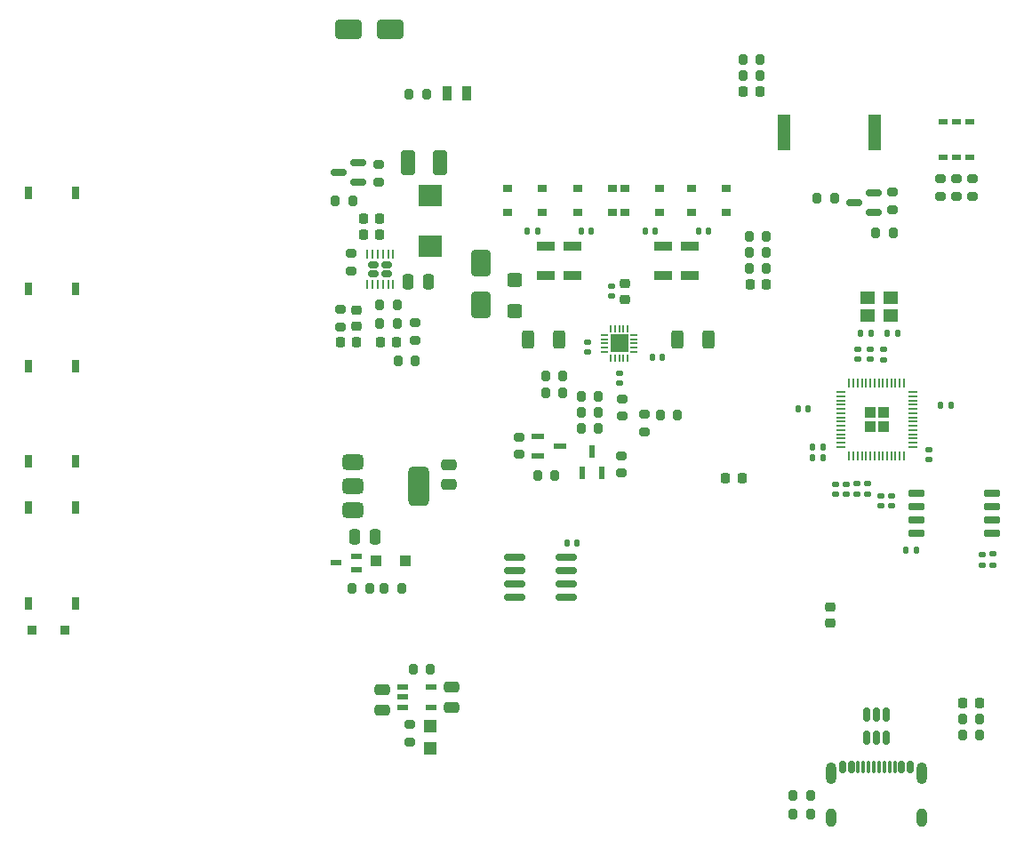
<source format=gbr>
%TF.GenerationSoftware,KiCad,Pcbnew,8.0.2*%
%TF.CreationDate,2024-05-27T22:06:41+01:00*%
%TF.ProjectId,StepUp,53746570-5570-42e6-9b69-6361645f7063,v1.0*%
%TF.SameCoordinates,Original*%
%TF.FileFunction,Paste,Top*%
%TF.FilePolarity,Positive*%
%FSLAX46Y46*%
G04 Gerber Fmt 4.6, Leading zero omitted, Abs format (unit mm)*
G04 Created by KiCad (PCBNEW 8.0.2) date 2024-05-27 22:06:41*
%MOMM*%
%LPD*%
G01*
G04 APERTURE LIST*
G04 Aperture macros list*
%AMRoundRect*
0 Rectangle with rounded corners*
0 $1 Rounding radius*
0 $2 $3 $4 $5 $6 $7 $8 $9 X,Y pos of 4 corners*
0 Add a 4 corners polygon primitive as box body*
4,1,4,$2,$3,$4,$5,$6,$7,$8,$9,$2,$3,0*
0 Add four circle primitives for the rounded corners*
1,1,$1+$1,$2,$3*
1,1,$1+$1,$4,$5*
1,1,$1+$1,$6,$7*
1,1,$1+$1,$8,$9*
0 Add four rect primitives between the rounded corners*
20,1,$1+$1,$2,$3,$4,$5,0*
20,1,$1+$1,$4,$5,$6,$7,0*
20,1,$1+$1,$6,$7,$8,$9,0*
20,1,$1+$1,$8,$9,$2,$3,0*%
G04 Aperture macros list end*
%ADD10R,0.863600X0.787400*%
%ADD11RoundRect,0.250000X0.312500X0.625000X-0.312500X0.625000X-0.312500X-0.625000X0.312500X-0.625000X0*%
%ADD12RoundRect,0.150000X0.587500X0.150000X-0.587500X0.150000X-0.587500X-0.150000X0.587500X-0.150000X0*%
%ADD13RoundRect,0.140000X0.140000X0.170000X-0.140000X0.170000X-0.140000X-0.170000X0.140000X-0.170000X0*%
%ADD14RoundRect,0.140000X0.170000X-0.140000X0.170000X0.140000X-0.170000X0.140000X-0.170000X-0.140000X0*%
%ADD15RoundRect,0.135000X0.185000X-0.135000X0.185000X0.135000X-0.185000X0.135000X-0.185000X-0.135000X0*%
%ADD16RoundRect,0.140000X-0.170000X0.140000X-0.170000X-0.140000X0.170000X-0.140000X0.170000X0.140000X0*%
%ADD17O,1.000000X1.800000*%
%ADD18O,1.000000X2.100000*%
%ADD19RoundRect,0.150000X-0.150000X-0.425000X0.150000X-0.425000X0.150000X0.425000X-0.150000X0.425000X0*%
%ADD20RoundRect,0.075000X-0.075000X-0.500000X0.075000X-0.500000X0.075000X0.500000X-0.075000X0.500000X0*%
%ADD21RoundRect,0.140000X-0.140000X-0.170000X0.140000X-0.170000X0.140000X0.170000X-0.140000X0.170000X0*%
%ADD22RoundRect,0.200000X-0.200000X-0.275000X0.200000X-0.275000X0.200000X0.275000X-0.200000X0.275000X0*%
%ADD23RoundRect,0.225000X0.225000X0.250000X-0.225000X0.250000X-0.225000X-0.250000X0.225000X-0.250000X0*%
%ADD24RoundRect,0.200000X-0.275000X0.200000X-0.275000X-0.200000X0.275000X-0.200000X0.275000X0.200000X0*%
%ADD25RoundRect,0.200000X0.200000X0.275000X-0.200000X0.275000X-0.200000X-0.275000X0.200000X-0.275000X0*%
%ADD26RoundRect,0.225000X-0.225000X-0.250000X0.225000X-0.250000X0.225000X0.250000X-0.225000X0.250000X0*%
%ADD27RoundRect,0.200000X0.275000X-0.200000X0.275000X0.200000X-0.275000X0.200000X-0.275000X-0.200000X0*%
%ADD28R,1.000000X0.550000*%
%ADD29RoundRect,0.250000X0.292217X0.292217X-0.292217X0.292217X-0.292217X-0.292217X0.292217X-0.292217X0*%
%ADD30RoundRect,0.050000X0.387500X0.050000X-0.387500X0.050000X-0.387500X-0.050000X0.387500X-0.050000X0*%
%ADD31RoundRect,0.050000X0.050000X0.387500X-0.050000X0.387500X-0.050000X-0.387500X0.050000X-0.387500X0*%
%ADD32R,0.711200X1.219200*%
%ADD33R,1.753400X0.912000*%
%ADD34RoundRect,0.160000X0.345000X-0.160000X0.345000X0.160000X-0.345000X0.160000X-0.345000X-0.160000X0*%
%ADD35RoundRect,0.062500X0.062500X-0.362500X0.062500X0.362500X-0.062500X0.362500X-0.062500X-0.362500X0*%
%ADD36R,0.900000X0.950000*%
%ADD37RoundRect,0.150000X0.650000X0.150000X-0.650000X0.150000X-0.650000X-0.150000X0.650000X-0.150000X0*%
%ADD38R,1.200000X1.200000*%
%ADD39R,1.300000X3.400000*%
%ADD40RoundRect,0.250000X0.650000X-1.000000X0.650000X1.000000X-0.650000X1.000000X-0.650000X-1.000000X0*%
%ADD41RoundRect,0.150000X-0.825000X-0.150000X0.825000X-0.150000X0.825000X0.150000X-0.825000X0.150000X0*%
%ADD42RoundRect,0.250000X-0.250000X-0.475000X0.250000X-0.475000X0.250000X0.475000X-0.250000X0.475000X0*%
%ADD43RoundRect,0.225000X-0.250000X0.225000X-0.250000X-0.225000X0.250000X-0.225000X0.250000X0.225000X0*%
%ADD44R,0.889000X0.533400*%
%ADD45RoundRect,0.250000X0.250000X0.475000X-0.250000X0.475000X-0.250000X-0.475000X0.250000X-0.475000X0*%
%ADD46R,1.400000X1.200000*%
%ADD47RoundRect,0.250000X-0.312500X-0.625000X0.312500X-0.625000X0.312500X0.625000X-0.312500X0.625000X0*%
%ADD48RoundRect,0.375000X-0.625000X-0.375000X0.625000X-0.375000X0.625000X0.375000X-0.625000X0.375000X0*%
%ADD49RoundRect,0.500000X-0.500000X-1.400000X0.500000X-1.400000X0.500000X1.400000X-0.500000X1.400000X0*%
%ADD50RoundRect,0.135000X-0.185000X0.135000X-0.185000X-0.135000X0.185000X-0.135000X0.185000X0.135000X0*%
%ADD51R,0.762000X0.254000*%
%ADD52R,0.254000X0.762000*%
%ADD53R,1.701800X1.701800*%
%ADD54RoundRect,0.250000X0.475000X-0.250000X0.475000X0.250000X-0.475000X0.250000X-0.475000X-0.250000X0*%
%ADD55RoundRect,0.250000X-0.412500X-0.925000X0.412500X-0.925000X0.412500X0.925000X-0.412500X0.925000X0*%
%ADD56R,0.600000X1.300000*%
%ADD57R,2.200000X2.150000*%
%ADD58RoundRect,0.250000X-0.475000X0.250000X-0.475000X-0.250000X0.475000X-0.250000X0.475000X0.250000X0*%
%ADD59R,1.050000X0.600000*%
%ADD60R,0.950000X1.400000*%
%ADD61R,1.300000X0.600000*%
%ADD62RoundRect,0.225000X0.250000X-0.225000X0.250000X0.225000X-0.250000X0.225000X-0.250000X-0.225000X0*%
%ADD63RoundRect,0.250000X0.450000X-0.400000X0.450000X0.400000X-0.450000X0.400000X-0.450000X-0.400000X0*%
%ADD64RoundRect,0.250000X-1.000000X-0.650000X1.000000X-0.650000X1.000000X0.650000X-1.000000X0.650000X0*%
%ADD65RoundRect,0.150000X0.150000X-0.512500X0.150000X0.512500X-0.150000X0.512500X-0.150000X-0.512500X0*%
%ADD66RoundRect,0.250000X-0.300000X-0.300000X0.300000X-0.300000X0.300000X0.300000X-0.300000X0.300000X0*%
G04 APERTURE END LIST*
D10*
%TO.C,D3*%
X142760799Y-84429600D03*
X139458799Y-84429600D03*
%TD*%
D11*
%TO.C,R20*%
X151855900Y-96501001D03*
X148930900Y-96501001D03*
%TD*%
D12*
%TO.C,Q4*%
X118539500Y-81563000D03*
X118539500Y-79663000D03*
X116664500Y-80613000D03*
%TD*%
D13*
%TO.C,C10*%
X161380000Y-103100000D03*
X160420000Y-103100000D03*
%TD*%
D14*
%TO.C,C5*%
X166116000Y-98408000D03*
X166116000Y-97448000D03*
%TD*%
D15*
%TO.C,R6*%
X167012500Y-111290000D03*
X167012500Y-110270000D03*
%TD*%
D16*
%TO.C,C8*%
X164000000Y-110300000D03*
X164000000Y-111260000D03*
%TD*%
D17*
%TO.C,J1*%
X172214000Y-142045000D03*
D18*
X172214000Y-137865000D03*
D17*
X163574000Y-142045000D03*
D18*
X163574000Y-137865000D03*
D19*
X164694000Y-137290000D03*
X165494000Y-137290000D03*
D20*
X166144000Y-137290000D03*
X167144000Y-137290000D03*
X168644000Y-137290000D03*
X169644000Y-137290000D03*
D19*
X170294000Y-137290000D03*
X171094000Y-137290000D03*
X171094000Y-137290000D03*
X170294000Y-137290000D03*
D20*
X169144000Y-137290000D03*
X168144000Y-137290000D03*
X167644000Y-137290000D03*
X166644000Y-137290000D03*
D19*
X165494000Y-137290000D03*
X164694000Y-137290000D03*
%TD*%
D21*
%TO.C,C20*%
X146520000Y-98200000D03*
X147480000Y-98200000D03*
%TD*%
D22*
%TO.C,R34*%
X155172000Y-71380000D03*
X156822000Y-71380000D03*
%TD*%
D16*
%TO.C,C19*%
X143400000Y-99720000D03*
X143400000Y-100680000D03*
%TD*%
D23*
%TO.C,C40*%
X155075000Y-109750000D03*
X153525000Y-109750000D03*
%TD*%
D24*
%TO.C,R10*%
X143600000Y-107575000D03*
X143600000Y-109225000D03*
%TD*%
D15*
%TO.C,R2*%
X178950500Y-117989500D03*
X178950500Y-116969500D03*
%TD*%
D25*
%TO.C,R29*%
X123975000Y-98550000D03*
X122325000Y-98550000D03*
%TD*%
D15*
%TO.C,R5*%
X168535000Y-98438000D03*
X168535000Y-97418000D03*
%TD*%
%TO.C,R7*%
X166000000Y-111290000D03*
X166000000Y-110270000D03*
%TD*%
D10*
%TO.C,D8*%
X147218400Y-82143600D03*
X143916400Y-82143600D03*
%TD*%
%TO.C,D10*%
X150266400Y-82143600D03*
X153568400Y-82143600D03*
%TD*%
D26*
%TO.C,C37*%
X155828000Y-91268000D03*
X157378000Y-91268000D03*
%TD*%
D27*
%TO.C,R43*%
X173990000Y-82867000D03*
X173990000Y-81217000D03*
%TD*%
D14*
%TO.C,C16*%
X140400000Y-97730000D03*
X140400000Y-96770000D03*
%TD*%
D10*
%TO.C,D7*%
X143916400Y-84429600D03*
X147218400Y-84429600D03*
%TD*%
D27*
%TO.C,R41*%
X177038000Y-82867000D03*
X177038000Y-81217000D03*
%TD*%
%TO.C,R8*%
X133883400Y-107486001D03*
X133883400Y-105836001D03*
%TD*%
D25*
%TO.C,R32*%
X122237000Y-93218000D03*
X120587000Y-93218000D03*
%TD*%
D22*
%TO.C,R4*%
X159957000Y-141732000D03*
X161607000Y-141732000D03*
%TD*%
D23*
%TO.C,C29*%
X120575000Y-86524000D03*
X119025000Y-86524000D03*
%TD*%
D28*
%TO.C,Q3*%
X118332000Y-118448000D03*
X118332000Y-117148000D03*
X116432000Y-117798000D03*
%TD*%
D29*
%TO.C,U3*%
X168536500Y-104782500D03*
X168536500Y-103507500D03*
X167261500Y-104782500D03*
X167261500Y-103507500D03*
D30*
X171336500Y-106745000D03*
X171336500Y-106345000D03*
X171336500Y-105945000D03*
X171336500Y-105545000D03*
X171336500Y-105145000D03*
X171336500Y-104745000D03*
X171336500Y-104345000D03*
X171336500Y-103945000D03*
X171336500Y-103545000D03*
X171336500Y-103145000D03*
X171336500Y-102745000D03*
X171336500Y-102345000D03*
X171336500Y-101945000D03*
X171336500Y-101545000D03*
D31*
X170499000Y-100707500D03*
X170099000Y-100707500D03*
X169699000Y-100707500D03*
X169299000Y-100707500D03*
X168899000Y-100707500D03*
X168499000Y-100707500D03*
X168099000Y-100707500D03*
X167699000Y-100707500D03*
X167299000Y-100707500D03*
X166899000Y-100707500D03*
X166499000Y-100707500D03*
X166099000Y-100707500D03*
X165699000Y-100707500D03*
X165299000Y-100707500D03*
D30*
X164461500Y-101545000D03*
X164461500Y-101945000D03*
X164461500Y-102345000D03*
X164461500Y-102745000D03*
X164461500Y-103145000D03*
X164461500Y-103545000D03*
X164461500Y-103945000D03*
X164461500Y-104345000D03*
X164461500Y-104745000D03*
X164461500Y-105145000D03*
X164461500Y-105545000D03*
X164461500Y-105945000D03*
X164461500Y-106345000D03*
X164461500Y-106745000D03*
D31*
X165299000Y-107582500D03*
X165699000Y-107582500D03*
X166099000Y-107582500D03*
X166499000Y-107582500D03*
X166899000Y-107582500D03*
X167299000Y-107582500D03*
X167699000Y-107582500D03*
X168099000Y-107582500D03*
X168499000Y-107582500D03*
X168899000Y-107582500D03*
X169299000Y-107582500D03*
X169699000Y-107582500D03*
X170099000Y-107582500D03*
X170499000Y-107582500D03*
%TD*%
D22*
%TO.C,R3*%
X159957000Y-139954000D03*
X161607000Y-139954000D03*
%TD*%
D16*
%TO.C,C7*%
X168282500Y-111409500D03*
X168282500Y-112369500D03*
%TD*%
D22*
%TO.C,R23*%
X123773000Y-127920000D03*
X125423000Y-127920000D03*
%TD*%
D16*
%TO.C,C6*%
X165000000Y-110300000D03*
X165000000Y-111260000D03*
%TD*%
D32*
%TO.C,SW3*%
X87084100Y-91668600D03*
X91579900Y-91668600D03*
X91579900Y-82575400D03*
X87084100Y-82575400D03*
%TD*%
D25*
%TO.C,R39*%
X177717000Y-132652000D03*
X176067000Y-132652000D03*
%TD*%
D22*
%TO.C,R31*%
X120587000Y-94996000D03*
X122237000Y-94996000D03*
%TD*%
D24*
%TO.C,R27*%
X116840000Y-93663000D03*
X116840000Y-95313000D03*
%TD*%
D33*
%TO.C,L1*%
X138963400Y-87612201D03*
X138963400Y-90403801D03*
%TD*%
D13*
%TO.C,C13*%
X162780000Y-106800000D03*
X161820000Y-106800000D03*
%TD*%
D22*
%TO.C,R38*%
X176070000Y-134176000D03*
X177720000Y-134176000D03*
%TD*%
D10*
%TO.C,D4*%
X139458799Y-82143600D03*
X142760799Y-82143600D03*
%TD*%
D34*
%TO.C,U8*%
X119994000Y-90220000D03*
X121244000Y-90220000D03*
X119994000Y-89420000D03*
X121244000Y-89420000D03*
D35*
X119369000Y-91245000D03*
X119869000Y-91245000D03*
X120369000Y-91245000D03*
X120869000Y-91245000D03*
X121369000Y-91245000D03*
X121869000Y-91245000D03*
X121869000Y-88395000D03*
X121369000Y-88395000D03*
X120869000Y-88395000D03*
X120369000Y-88395000D03*
X119869000Y-88395000D03*
X119369000Y-88395000D03*
%TD*%
D13*
%TO.C,C3*%
X171680000Y-116550000D03*
X170720000Y-116550000D03*
%TD*%
D12*
%TO.C,Q5*%
X167645000Y-84438000D03*
X167645000Y-82538000D03*
X165770000Y-83488000D03*
%TD*%
D24*
%TO.C,R28*%
X120450000Y-79875000D03*
X120450000Y-81525000D03*
%TD*%
D36*
%TO.C,D1*%
X90575000Y-124200000D03*
X87425000Y-124200000D03*
%TD*%
D13*
%TO.C,C14*%
X162780000Y-107816000D03*
X161820000Y-107816000D03*
%TD*%
D32*
%TO.C,SW1*%
X87084100Y-108153200D03*
X91579900Y-108153200D03*
X91579900Y-99060000D03*
X87084100Y-99060000D03*
%TD*%
D25*
%TO.C,R14*%
X141420001Y-105003400D03*
X139770001Y-105003400D03*
%TD*%
D33*
%TO.C,L4*%
X150139400Y-87612201D03*
X150139400Y-90403801D03*
%TD*%
D25*
%TO.C,R37*%
X157425000Y-89744000D03*
X155775000Y-89744000D03*
%TD*%
D37*
%TO.C,U2*%
X178864500Y-114986500D03*
X178864500Y-113716500D03*
X178864500Y-112446500D03*
X178864500Y-111176500D03*
X171664500Y-111176500D03*
X171664500Y-112446500D03*
X171664500Y-113716500D03*
X171664500Y-114986500D03*
%TD*%
D26*
%TO.C,C33*%
X116827000Y-96774000D03*
X118377000Y-96774000D03*
%TD*%
D38*
%TO.C,D12*%
X125370000Y-133360000D03*
X125370000Y-135460000D03*
%TD*%
D25*
%TO.C,R13*%
X138025000Y-100000000D03*
X136375000Y-100000000D03*
%TD*%
D13*
%TO.C,C21*%
X140713400Y-86207600D03*
X139753400Y-86207600D03*
%TD*%
D16*
%TO.C,C4*%
X169298500Y-111409500D03*
X169298500Y-112369500D03*
%TD*%
D23*
%TO.C,C38*%
X177667000Y-131132000D03*
X176117000Y-131132000D03*
%TD*%
D39*
%TO.C,BZ1*%
X159050000Y-76800000D03*
X167750000Y-76800000D03*
%TD*%
D22*
%TO.C,R26*%
X116325000Y-83300000D03*
X117975000Y-83300000D03*
%TD*%
D40*
%TO.C,D13*%
X130250000Y-93200000D03*
X130250000Y-89200000D03*
%TD*%
D25*
%TO.C,R46*%
X163898000Y-83050000D03*
X162248000Y-83050000D03*
%TD*%
D41*
%TO.C,U4*%
X133400000Y-117295000D03*
X133400000Y-118565000D03*
X133400000Y-119835000D03*
X133400000Y-121105000D03*
X138350000Y-121105000D03*
X138350000Y-119835000D03*
X138350000Y-118565000D03*
X138350000Y-117295000D03*
%TD*%
D13*
%TO.C,C2*%
X167358000Y-95924000D03*
X166398000Y-95924000D03*
%TD*%
D32*
%TO.C,SW2*%
X87084100Y-121640600D03*
X91579900Y-121640600D03*
X91579900Y-112547400D03*
X87084100Y-112547400D03*
%TD*%
D42*
%TO.C,C25*%
X118210000Y-115284000D03*
X120110000Y-115284000D03*
%TD*%
D43*
%TO.C,C32*%
X118364000Y-93713000D03*
X118364000Y-95263000D03*
%TD*%
D21*
%TO.C,C1*%
X168938000Y-95924000D03*
X169898000Y-95924000D03*
%TD*%
D33*
%TO.C,L2*%
X136423400Y-87612201D03*
X136423400Y-90403801D03*
%TD*%
D44*
%TO.C,LED2*%
X176809400Y-75780900D03*
X175514000Y-75780900D03*
X174218600Y-75780900D03*
X176809400Y-79159100D03*
X175514000Y-79159100D03*
X174218600Y-79159100D03*
%TD*%
D25*
%TO.C,R12*%
X138025000Y-101600000D03*
X136375000Y-101600000D03*
%TD*%
D16*
%TO.C,C9*%
X172900000Y-107000000D03*
X172900000Y-107960000D03*
%TD*%
D21*
%TO.C,C15*%
X138420000Y-115900000D03*
X139380000Y-115900000D03*
%TD*%
D45*
%TO.C,C35*%
X125200000Y-91000000D03*
X123300000Y-91000000D03*
%TD*%
D25*
%TO.C,R16*%
X141420001Y-101955400D03*
X139770001Y-101955400D03*
%TD*%
D21*
%TO.C,C24*%
X150957400Y-86207600D03*
X151917400Y-86207600D03*
%TD*%
D46*
%TO.C,Y1*%
X169248000Y-92534000D03*
X167048000Y-92534000D03*
X167048000Y-94234000D03*
X169248000Y-94234000D03*
%TD*%
D22*
%TO.C,R17*%
X147275000Y-103750000D03*
X148925000Y-103750000D03*
%TD*%
D47*
%TO.C,R19*%
X134706900Y-96501001D03*
X137631900Y-96501001D03*
%TD*%
D13*
%TO.C,C22*%
X135605400Y-86207600D03*
X134645400Y-86207600D03*
%TD*%
D48*
%TO.C,U6*%
X118008000Y-108190000D03*
X118008000Y-110490000D03*
D49*
X124308000Y-110490000D03*
D48*
X118008000Y-112790000D03*
%TD*%
D50*
%TO.C,R1*%
X177950500Y-116979500D03*
X177950500Y-117999500D03*
%TD*%
D14*
%TO.C,C12*%
X167265000Y-98408000D03*
X167265000Y-97448000D03*
%TD*%
D22*
%TO.C,R36*%
X155775000Y-88220000D03*
X157425000Y-88220000D03*
%TD*%
D51*
%TO.C,U5*%
X141960600Y-96100999D03*
X141960600Y-96501001D03*
X141960600Y-96901000D03*
X141960600Y-97300999D03*
X141960600Y-97701001D03*
D52*
X142582999Y-98323400D03*
X142983001Y-98323400D03*
X143383000Y-98323400D03*
X143782999Y-98323400D03*
X144183001Y-98323400D03*
D51*
X144805400Y-97701001D03*
X144805400Y-97300999D03*
X144805400Y-96901000D03*
X144805400Y-96501001D03*
X144805400Y-96100999D03*
D52*
X144183001Y-95478600D03*
X143782999Y-95478600D03*
X143383000Y-95478600D03*
X142983001Y-95478600D03*
X142582999Y-95478600D03*
D53*
X143383000Y-96901000D03*
%TD*%
D24*
%TO.C,R11*%
X143700000Y-102175000D03*
X143700000Y-103825000D03*
%TD*%
%TO.C,R25*%
X123398000Y-133195000D03*
X123398000Y-134845000D03*
%TD*%
D22*
%TO.C,R35*%
X155775000Y-86700000D03*
X157425000Y-86700000D03*
%TD*%
D54*
%TO.C,C31*%
X120798000Y-131804000D03*
X120798000Y-129904000D03*
%TD*%
D55*
%TO.C,C26*%
X123262500Y-79650000D03*
X126337500Y-79650000D03*
%TD*%
D25*
%TO.C,R15*%
X141420001Y-103479400D03*
X139770001Y-103479400D03*
%TD*%
D10*
%TO.C,D9*%
X153568400Y-84429600D03*
X150266400Y-84429600D03*
%TD*%
D26*
%TO.C,C36*%
X155225000Y-72900000D03*
X156775000Y-72900000D03*
%TD*%
D54*
%TO.C,C30*%
X127200000Y-110350000D03*
X127200000Y-108450000D03*
%TD*%
D14*
%TO.C,C18*%
X142659001Y-92409001D03*
X142659001Y-91449001D03*
%TD*%
D56*
%TO.C,Q1*%
X139864400Y-109261001D03*
X141764400Y-109261001D03*
X140814400Y-107161001D03*
%TD*%
D57*
%TO.C,L5*%
X125400000Y-82800000D03*
X125400000Y-87600000D03*
%TD*%
D23*
%TO.C,C34*%
X122187000Y-96774000D03*
X120637000Y-96774000D03*
%TD*%
D25*
%TO.C,R21*%
X122657000Y-120226000D03*
X121007000Y-120226000D03*
%TD*%
D21*
%TO.C,C11*%
X174020000Y-102800000D03*
X174980000Y-102800000D03*
%TD*%
D25*
%TO.C,R9*%
X137248400Y-109455001D03*
X135598400Y-109455001D03*
%TD*%
%TO.C,R33*%
X156822000Y-69856000D03*
X155172000Y-69856000D03*
%TD*%
%TO.C,R40*%
X125031000Y-73152000D03*
X123381000Y-73152000D03*
%TD*%
D58*
%TO.C,C28*%
X127402000Y-129650000D03*
X127402000Y-131550000D03*
%TD*%
D59*
%TO.C,U7*%
X122750000Y-129650000D03*
X122750000Y-130600000D03*
X122750000Y-131550000D03*
X125450000Y-131550000D03*
X125450000Y-129650000D03*
%TD*%
D24*
%TO.C,R45*%
X169423000Y-82475000D03*
X169423000Y-84125000D03*
%TD*%
D60*
%TO.C,LED1*%
X128850000Y-73100000D03*
X126950000Y-73100000D03*
%TD*%
D10*
%TO.C,D5*%
X132740400Y-84429600D03*
X136042400Y-84429600D03*
%TD*%
D24*
%TO.C,R30*%
X123952000Y-94933000D03*
X123952000Y-96583000D03*
%TD*%
D61*
%TO.C,Q2*%
X135627400Y-105711001D03*
X135627400Y-107611001D03*
X137727400Y-106661001D03*
%TD*%
D23*
%TO.C,C27*%
X120575000Y-85000000D03*
X119025000Y-85000000D03*
%TD*%
D24*
%TO.C,R18*%
X145750000Y-103675000D03*
X145750000Y-105325000D03*
%TD*%
D21*
%TO.C,C23*%
X145849400Y-86207600D03*
X146809400Y-86207600D03*
%TD*%
D33*
%TO.C,L3*%
X147599400Y-87612201D03*
X147599400Y-90403801D03*
%TD*%
D62*
%TO.C,C39*%
X163450000Y-123525000D03*
X163450000Y-121975000D03*
%TD*%
D63*
%TO.C,D2*%
X133400000Y-93779000D03*
X133400000Y-90879000D03*
%TD*%
D10*
%TO.C,D6*%
X136042400Y-82143600D03*
X132740400Y-82143600D03*
%TD*%
D22*
%TO.C,R44*%
X167836000Y-86348000D03*
X169486000Y-86348000D03*
%TD*%
D27*
%TO.C,R24*%
X117856000Y-89979000D03*
X117856000Y-88329000D03*
%TD*%
D64*
%TO.C,D14*%
X117600000Y-66950000D03*
X121600000Y-66950000D03*
%TD*%
D65*
%TO.C,U1*%
X166944000Y-134487500D03*
X167894000Y-134487500D03*
X168844000Y-134487500D03*
X168844000Y-132212500D03*
X167894000Y-132212500D03*
X166944000Y-132212500D03*
%TD*%
D62*
%TO.C,C17*%
X143929001Y-92704001D03*
X143929001Y-91154001D03*
%TD*%
D27*
%TO.C,R42*%
X175514000Y-82867000D03*
X175514000Y-81217000D03*
%TD*%
D25*
%TO.C,R22*%
X119609000Y-120226000D03*
X117959000Y-120226000D03*
%TD*%
D66*
%TO.C,D11*%
X120178000Y-117570000D03*
X122978000Y-117570000D03*
%TD*%
M02*

</source>
